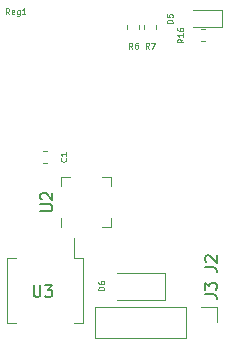
<source format=gbr>
%TF.GenerationSoftware,KiCad,Pcbnew,(5.1.9-0-10_14)*%
%TF.CreationDate,2021-07-09T13:00:53+01:00*%
%TF.ProjectId,Keypad,4b657970-6164-42e6-9b69-6361645f7063,4*%
%TF.SameCoordinates,Original*%
%TF.FileFunction,Legend,Top*%
%TF.FilePolarity,Positive*%
%FSLAX46Y46*%
G04 Gerber Fmt 4.6, Leading zero omitted, Abs format (unit mm)*
G04 Created by KiCad (PCBNEW (5.1.9-0-10_14)) date 2021-07-09 13:00:53*
%MOMM*%
%LPD*%
G01*
G04 APERTURE LIST*
%ADD10C,0.120000*%
%ADD11C,0.150000*%
%ADD12C,0.080000*%
%ADD13C,0.100000*%
G04 APERTURE END LIST*
D10*
%TO.C,U2*%
X124865000Y-112710000D02*
X124865000Y-113435000D01*
X129085000Y-109215000D02*
X128360000Y-109215000D01*
X129085000Y-109940000D02*
X129085000Y-109215000D01*
X129085000Y-113435000D02*
X128360000Y-113435000D01*
X129085000Y-112710000D02*
X129085000Y-113435000D01*
X124865000Y-109215000D02*
X125590000Y-109215000D01*
X124865000Y-109940000D02*
X124865000Y-109215000D01*
%TO.C,R16*%
X137040580Y-97710000D02*
X136759420Y-97710000D01*
X137040580Y-96690000D02*
X136759420Y-96690000D01*
%TO.C,D6*%
X129587500Y-119635000D02*
X133647500Y-119635000D01*
X133647500Y-119635000D02*
X133647500Y-117365000D01*
X133647500Y-117365000D02*
X129587500Y-117365000D01*
%TO.C,D5*%
X136000000Y-96535000D02*
X138460000Y-96535000D01*
X138460000Y-96535000D02*
X138460000Y-95065000D01*
X138460000Y-95065000D02*
X136000000Y-95065000D01*
%TO.C,C1*%
X123640580Y-108010000D02*
X123359420Y-108010000D01*
X123640580Y-106990000D02*
X123359420Y-106990000D01*
%TO.C,R6*%
X130490000Y-96640580D02*
X130490000Y-96359420D01*
X131510000Y-96640580D02*
X131510000Y-96359420D01*
%TO.C,R7*%
X132910000Y-96359420D02*
X132910000Y-96640580D01*
X131890000Y-96359420D02*
X131890000Y-96640580D01*
%TO.C,U3*%
X120290000Y-118800000D02*
X120290000Y-121560000D01*
X120290000Y-121560000D02*
X121035000Y-121560000D01*
X120290000Y-118800000D02*
X120290000Y-116040000D01*
X120290000Y-116040000D02*
X121035000Y-116040000D01*
X126710000Y-118800000D02*
X126710000Y-121560000D01*
X126710000Y-121560000D02*
X125965000Y-121560000D01*
X126710000Y-118800000D02*
X126710000Y-116040000D01*
X126710000Y-116040000D02*
X125965000Y-116040000D01*
X125965000Y-116040000D02*
X125965000Y-114350000D01*
%TO.C,J3*%
X127750000Y-120170000D02*
X127750000Y-122830000D01*
X135430000Y-120170000D02*
X127750000Y-120170000D01*
X135430000Y-122830000D02*
X127750000Y-122830000D01*
X135430000Y-120170000D02*
X135430000Y-122830000D01*
X136700000Y-120170000D02*
X138030000Y-120170000D01*
X138030000Y-120170000D02*
X138030000Y-121500000D01*
%TO.C,U2*%
D11*
X123127380Y-112086904D02*
X123936904Y-112086904D01*
X124032142Y-112039285D01*
X124079761Y-111991666D01*
X124127380Y-111896428D01*
X124127380Y-111705952D01*
X124079761Y-111610714D01*
X124032142Y-111563095D01*
X123936904Y-111515476D01*
X123127380Y-111515476D01*
X123222619Y-111086904D02*
X123175000Y-111039285D01*
X123127380Y-110944047D01*
X123127380Y-110705952D01*
X123175000Y-110610714D01*
X123222619Y-110563095D01*
X123317857Y-110515476D01*
X123413095Y-110515476D01*
X123555952Y-110563095D01*
X124127380Y-111134523D01*
X124127380Y-110515476D01*
%TO.C,R16*%
D12*
X135226190Y-97521428D02*
X134988095Y-97688095D01*
X135226190Y-97807142D02*
X134726190Y-97807142D01*
X134726190Y-97616666D01*
X134750000Y-97569047D01*
X134773809Y-97545238D01*
X134821428Y-97521428D01*
X134892857Y-97521428D01*
X134940476Y-97545238D01*
X134964285Y-97569047D01*
X134988095Y-97616666D01*
X134988095Y-97807142D01*
X135226190Y-97045238D02*
X135226190Y-97330952D01*
X135226190Y-97188095D02*
X134726190Y-97188095D01*
X134797619Y-97235714D01*
X134845238Y-97283333D01*
X134869047Y-97330952D01*
X134726190Y-96616666D02*
X134726190Y-96711904D01*
X134750000Y-96759523D01*
X134773809Y-96783333D01*
X134845238Y-96830952D01*
X134940476Y-96854761D01*
X135130952Y-96854761D01*
X135178571Y-96830952D01*
X135202380Y-96807142D01*
X135226190Y-96759523D01*
X135226190Y-96664285D01*
X135202380Y-96616666D01*
X135178571Y-96592857D01*
X135130952Y-96569047D01*
X135011904Y-96569047D01*
X134964285Y-96592857D01*
X134940476Y-96616666D01*
X134916666Y-96664285D01*
X134916666Y-96759523D01*
X134940476Y-96807142D01*
X134964285Y-96830952D01*
X135011904Y-96854761D01*
%TO.C,D6*%
X128526190Y-118769047D02*
X128026190Y-118769047D01*
X128026190Y-118650000D01*
X128050000Y-118578571D01*
X128097619Y-118530952D01*
X128145238Y-118507142D01*
X128240476Y-118483333D01*
X128311904Y-118483333D01*
X128407142Y-118507142D01*
X128454761Y-118530952D01*
X128502380Y-118578571D01*
X128526190Y-118650000D01*
X128526190Y-118769047D01*
X128026190Y-118054761D02*
X128026190Y-118150000D01*
X128050000Y-118197619D01*
X128073809Y-118221428D01*
X128145238Y-118269047D01*
X128240476Y-118292857D01*
X128430952Y-118292857D01*
X128478571Y-118269047D01*
X128502380Y-118245238D01*
X128526190Y-118197619D01*
X128526190Y-118102380D01*
X128502380Y-118054761D01*
X128478571Y-118030952D01*
X128430952Y-118007142D01*
X128311904Y-118007142D01*
X128264285Y-118030952D01*
X128240476Y-118054761D01*
X128216666Y-118102380D01*
X128216666Y-118197619D01*
X128240476Y-118245238D01*
X128264285Y-118269047D01*
X128311904Y-118292857D01*
%TO.C,D5*%
X134326190Y-96169047D02*
X133826190Y-96169047D01*
X133826190Y-96050000D01*
X133850000Y-95978571D01*
X133897619Y-95930952D01*
X133945238Y-95907142D01*
X134040476Y-95883333D01*
X134111904Y-95883333D01*
X134207142Y-95907142D01*
X134254761Y-95930952D01*
X134302380Y-95978571D01*
X134326190Y-96050000D01*
X134326190Y-96169047D01*
X133826190Y-95430952D02*
X133826190Y-95669047D01*
X134064285Y-95692857D01*
X134040476Y-95669047D01*
X134016666Y-95621428D01*
X134016666Y-95502380D01*
X134040476Y-95454761D01*
X134064285Y-95430952D01*
X134111904Y-95407142D01*
X134230952Y-95407142D01*
X134278571Y-95430952D01*
X134302380Y-95454761D01*
X134326190Y-95502380D01*
X134326190Y-95621428D01*
X134302380Y-95669047D01*
X134278571Y-95692857D01*
%TO.C,C1*%
X125278571Y-107583333D02*
X125302380Y-107607142D01*
X125326190Y-107678571D01*
X125326190Y-107726190D01*
X125302380Y-107797619D01*
X125254761Y-107845238D01*
X125207142Y-107869047D01*
X125111904Y-107892857D01*
X125040476Y-107892857D01*
X124945238Y-107869047D01*
X124897619Y-107845238D01*
X124850000Y-107797619D01*
X124826190Y-107726190D01*
X124826190Y-107678571D01*
X124850000Y-107607142D01*
X124873809Y-107583333D01*
X125326190Y-107107142D02*
X125326190Y-107392857D01*
X125326190Y-107250000D02*
X124826190Y-107250000D01*
X124897619Y-107297619D01*
X124945238Y-107345238D01*
X124969047Y-107392857D01*
%TO.C,R6*%
X130916666Y-98326190D02*
X130750000Y-98088095D01*
X130630952Y-98326190D02*
X130630952Y-97826190D01*
X130821428Y-97826190D01*
X130869047Y-97850000D01*
X130892857Y-97873809D01*
X130916666Y-97921428D01*
X130916666Y-97992857D01*
X130892857Y-98040476D01*
X130869047Y-98064285D01*
X130821428Y-98088095D01*
X130630952Y-98088095D01*
X131345238Y-97826190D02*
X131250000Y-97826190D01*
X131202380Y-97850000D01*
X131178571Y-97873809D01*
X131130952Y-97945238D01*
X131107142Y-98040476D01*
X131107142Y-98230952D01*
X131130952Y-98278571D01*
X131154761Y-98302380D01*
X131202380Y-98326190D01*
X131297619Y-98326190D01*
X131345238Y-98302380D01*
X131369047Y-98278571D01*
X131392857Y-98230952D01*
X131392857Y-98111904D01*
X131369047Y-98064285D01*
X131345238Y-98040476D01*
X131297619Y-98016666D01*
X131202380Y-98016666D01*
X131154761Y-98040476D01*
X131130952Y-98064285D01*
X131107142Y-98111904D01*
%TO.C,Reg1*%
D13*
X120494761Y-95426190D02*
X120328095Y-95188095D01*
X120209047Y-95426190D02*
X120209047Y-94926190D01*
X120399523Y-94926190D01*
X120447142Y-94950000D01*
X120470952Y-94973809D01*
X120494761Y-95021428D01*
X120494761Y-95092857D01*
X120470952Y-95140476D01*
X120447142Y-95164285D01*
X120399523Y-95188095D01*
X120209047Y-95188095D01*
X120899523Y-95402380D02*
X120851904Y-95426190D01*
X120756666Y-95426190D01*
X120709047Y-95402380D01*
X120685238Y-95354761D01*
X120685238Y-95164285D01*
X120709047Y-95116666D01*
X120756666Y-95092857D01*
X120851904Y-95092857D01*
X120899523Y-95116666D01*
X120923333Y-95164285D01*
X120923333Y-95211904D01*
X120685238Y-95259523D01*
X121351904Y-95092857D02*
X121351904Y-95497619D01*
X121328095Y-95545238D01*
X121304285Y-95569047D01*
X121256666Y-95592857D01*
X121185238Y-95592857D01*
X121137619Y-95569047D01*
X121351904Y-95402380D02*
X121304285Y-95426190D01*
X121209047Y-95426190D01*
X121161428Y-95402380D01*
X121137619Y-95378571D01*
X121113809Y-95330952D01*
X121113809Y-95188095D01*
X121137619Y-95140476D01*
X121161428Y-95116666D01*
X121209047Y-95092857D01*
X121304285Y-95092857D01*
X121351904Y-95116666D01*
X121851904Y-95426190D02*
X121566190Y-95426190D01*
X121709047Y-95426190D02*
X121709047Y-94926190D01*
X121661428Y-94997619D01*
X121613809Y-95045238D01*
X121566190Y-95069047D01*
%TO.C,J2*%
D11*
X137052380Y-116833333D02*
X137766666Y-116833333D01*
X137909523Y-116880952D01*
X138004761Y-116976190D01*
X138052380Y-117119047D01*
X138052380Y-117214285D01*
X137147619Y-116404761D02*
X137100000Y-116357142D01*
X137052380Y-116261904D01*
X137052380Y-116023809D01*
X137100000Y-115928571D01*
X137147619Y-115880952D01*
X137242857Y-115833333D01*
X137338095Y-115833333D01*
X137480952Y-115880952D01*
X138052380Y-116452380D01*
X138052380Y-115833333D01*
%TO.C,R7*%
D12*
X132316666Y-98326190D02*
X132150000Y-98088095D01*
X132030952Y-98326190D02*
X132030952Y-97826190D01*
X132221428Y-97826190D01*
X132269047Y-97850000D01*
X132292857Y-97873809D01*
X132316666Y-97921428D01*
X132316666Y-97992857D01*
X132292857Y-98040476D01*
X132269047Y-98064285D01*
X132221428Y-98088095D01*
X132030952Y-98088095D01*
X132483333Y-97826190D02*
X132816666Y-97826190D01*
X132602380Y-98326190D01*
%TO.C,U3*%
D11*
X122538095Y-118352380D02*
X122538095Y-119161904D01*
X122585714Y-119257142D01*
X122633333Y-119304761D01*
X122728571Y-119352380D01*
X122919047Y-119352380D01*
X123014285Y-119304761D01*
X123061904Y-119257142D01*
X123109523Y-119161904D01*
X123109523Y-118352380D01*
X123490476Y-118352380D02*
X124109523Y-118352380D01*
X123776190Y-118733333D01*
X123919047Y-118733333D01*
X124014285Y-118780952D01*
X124061904Y-118828571D01*
X124109523Y-118923809D01*
X124109523Y-119161904D01*
X124061904Y-119257142D01*
X124014285Y-119304761D01*
X123919047Y-119352380D01*
X123633333Y-119352380D01*
X123538095Y-119304761D01*
X123490476Y-119257142D01*
%TO.C,J3*%
X137052380Y-119133333D02*
X137766666Y-119133333D01*
X137909523Y-119180952D01*
X138004761Y-119276190D01*
X138052380Y-119419047D01*
X138052380Y-119514285D01*
X137052380Y-118752380D02*
X137052380Y-118133333D01*
X137433333Y-118466666D01*
X137433333Y-118323809D01*
X137480952Y-118228571D01*
X137528571Y-118180952D01*
X137623809Y-118133333D01*
X137861904Y-118133333D01*
X137957142Y-118180952D01*
X138004761Y-118228571D01*
X138052380Y-118323809D01*
X138052380Y-118609523D01*
X138004761Y-118704761D01*
X137957142Y-118752380D01*
%TD*%
M02*

</source>
